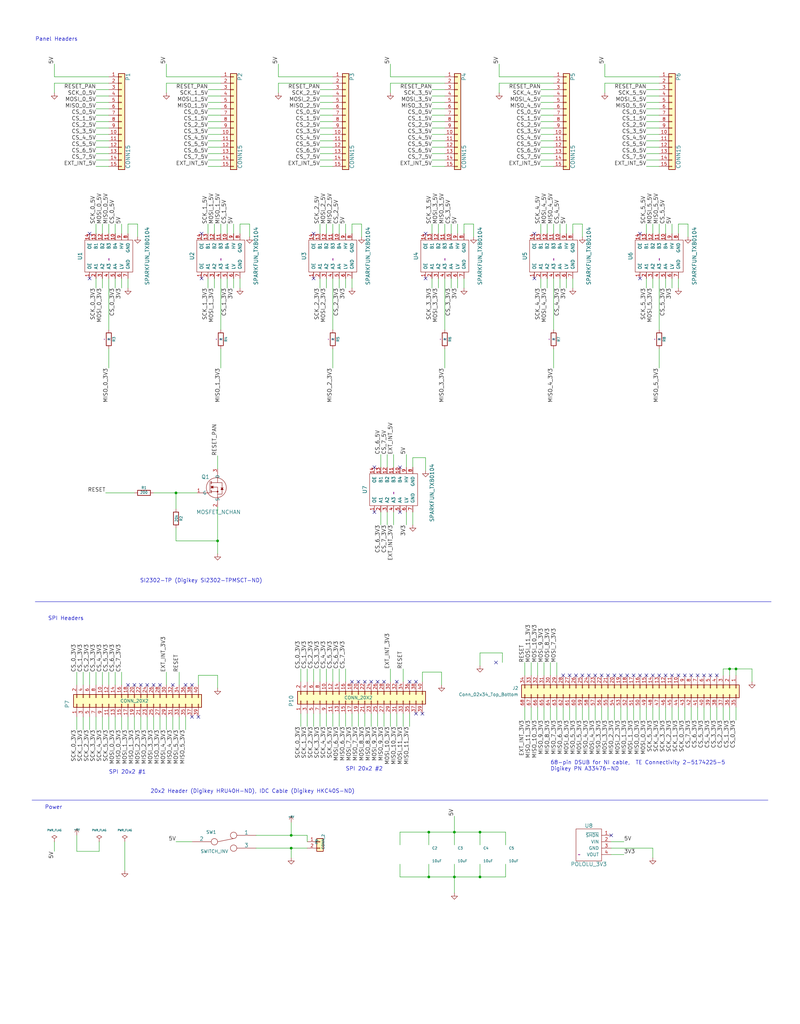
<source format=kicad_sch>
(kicad_sch (version 20230121) (generator eeschema)
  (paper "User" 317.5 406.4)
  (title_block (date "11 jun 2015"))
  (junction (at 115.57 331.47))
  (junction (at 170.18 347.98))
  (junction (at 190.5 347.98))
  (junction (at 190.5 330.2))
  (junction (at 289.56 265.43))
  (junction (at 115.57 336.55))
  (junction (at 180.34 347.98))
  (junction (at 292.1 265.43))
  (junction (at 170.18 330.2))
  (junction (at 69.85 195.58))
  (junction (at 86.36 214.63))
  (junction (at 180.34 330.2))
  (no_connect (at 58.42 271.78))
  (no_connect (at 256.54 267.97))
  (no_connect (at 80.01 110.49))
  (no_connect (at 259.08 267.97))
  (no_connect (at 35.56 92.71))
  (no_connect (at 246.38 267.97))
  (no_connect (at 281.94 267.97))
  (no_connect (at 78.74 284.48))
  (no_connect (at 158.75 203.2))
  (no_connect (at 165.1 283.21))
  (no_connect (at 139.7 270.51))
  (no_connect (at 238.76 267.97))
  (no_connect (at 231.14 267.97))
  (no_connect (at 124.46 110.49))
  (no_connect (at 148.59 203.2))
  (no_connect (at 243.84 267.97))
  (no_connect (at 241.3 267.97))
  (no_connect (at 276.86 267.97))
  (no_connect (at 254 267.97))
  (no_connect (at 266.7 267.97))
  (no_connect (at 55.88 271.78))
  (no_connect (at 269.24 267.97))
  (no_connect (at 157.48 270.51))
  (no_connect (at 248.92 267.97))
  (no_connect (at 152.4 270.51))
  (no_connect (at 76.2 284.48))
  (no_connect (at 73.66 271.78))
  (no_connect (at 264.16 267.97))
  (no_connect (at 147.32 270.51))
  (no_connect (at 142.24 270.51))
  (no_connect (at 242.57 331.47))
  (no_connect (at 76.2 271.78))
  (no_connect (at 124.46 92.71))
  (no_connect (at 271.78 267.97))
  (no_connect (at 60.96 271.78))
  (no_connect (at 35.56 110.49))
  (no_connect (at 223.52 267.97))
  (no_connect (at 158.75 185.42))
  (no_connect (at 228.6 267.97))
  (no_connect (at 212.09 110.49))
  (no_connect (at 254 92.71))
  (no_connect (at 80.01 92.71))
  (no_connect (at 274.32 267.97))
  (no_connect (at 68.58 271.78))
  (no_connect (at 168.91 92.71))
  (no_connect (at 148.59 185.42))
  (no_connect (at 149.86 270.51))
  (no_connect (at 233.68 267.97))
  (no_connect (at 236.22 267.97))
  (no_connect (at 50.8 271.78))
  (no_connect (at 167.64 283.21))
  (no_connect (at 63.5 271.78))
  (no_connect (at 251.46 267.97))
  (no_connect (at 261.62 267.97))
  (no_connect (at 284.48 267.97))
  (no_connect (at 162.56 270.51))
  (no_connect (at 254 110.49))
  (no_connect (at 144.78 270.51))
  (no_connect (at 165.1 270.51))
  (no_connect (at 226.06 267.97))
  (no_connect (at 279.4 267.97))
  (no_connect (at 212.09 92.71))
  (no_connect (at 196.85 262.89))
  (no_connect (at 168.91 110.49))
  (no_connect (at 53.34 271.78))
  (wire (pts (xy 176.53 50.8) (xy 171.45 50.8)))
  (wire (pts (xy 132.08 48.26) (xy 127 48.26)))
  (wire (pts (xy 161.29 203.2) (xy 161.29 208.28)))
  (wire (pts (xy 227.33 88.9) (xy 227.33 92.71)))
  (wire (pts (xy 214.63 92.71) (xy 214.63 88.9)))
  (wire (pts (xy 190.5 347.98) (xy 200.66 347.98)))
  (wire (pts (xy 40.64 271.78) (xy 40.64 266.7)))
  (wire (pts (xy 287.02 265.43) (xy 289.56 265.43)))
  (wire (pts (xy 154.94 283.21) (xy 154.94 288.29)))
  (wire (pts (xy 233.68 280.67) (xy 233.68 285.75)))
  (wire (pts (xy 73.66 284.48) (xy 73.66 289.56)))
  (wire (pts (xy 154.94 30.48) (xy 176.53 30.48)))
  (wire (pts (xy 261.62 92.71) (xy 261.62 88.9)))
  (wire (pts (xy 198.12 33.02) (xy 219.71 33.02)))
  (wire (pts (xy 176.53 92.71) (xy 176.53 88.9)))
  (wire (pts (xy 219.71 55.88) (xy 214.63 55.88)))
  (wire (pts (xy 43.18 53.34) (xy 38.1 53.34)))
  (wire (pts (xy 30.48 271.78) (xy 30.48 266.7)))
  (wire (pts (xy 115.57 331.47) (xy 115.57 326.39)))
  (wire (pts (xy 95.25 88.9) (xy 95.25 92.71)))
  (wire (pts (xy 154.94 270.51) (xy 154.94 265.43)))
  (wire (pts (xy 43.18 92.71) (xy 43.18 88.9)))
  (wire (pts (xy 181.61 92.71) (xy 181.61 88.9)))
  (wire (pts (xy 87.63 63.5) (xy 82.55 63.5)))
  (wire (pts (xy 154.94 33.02) (xy 154.94 36.83)))
  (polyline (pts (xy 13.97 238.76) (xy 306.07 238.76)))
  (wire (pts (xy 43.18 66.04) (xy 38.1 66.04)))
  (wire (pts (xy 50.8 110.49) (xy 50.8 114.3)))
  (wire (pts (xy 219.71 43.18) (xy 214.63 43.18)))
  (wire (pts (xy 289.56 265.43) (xy 292.1 265.43)))
  (wire (pts (xy 132.08 43.18) (xy 127 43.18)))
  (wire (pts (xy 240.03 33.02) (xy 240.03 36.83)))
  (wire (pts (xy 181.61 110.49) (xy 181.61 114.3)))
  (wire (pts (xy 219.71 40.64) (xy 214.63 40.64)))
  (wire (pts (xy 190.5 330.2) (xy 200.66 330.2)))
  (wire (pts (xy 127 270.51) (xy 127 265.43)))
  (wire (pts (xy 261.62 40.64) (xy 256.54 40.64)))
  (wire (pts (xy 222.25 110.49) (xy 222.25 114.3)))
  (wire (pts (xy 170.18 330.2) (xy 170.18 335.28)))
  (wire (pts (xy 132.08 110.49) (xy 132.08 130.81)))
  (wire (pts (xy 92.71 110.49) (xy 92.71 114.3)))
  (wire (pts (xy 219.71 63.5) (xy 214.63 63.5)))
  (wire (pts (xy 208.28 267.97) (xy 208.28 262.89)))
  (wire (pts (xy 87.63 38.1) (xy 82.55 38.1)))
  (wire (pts (xy 33.02 271.78) (xy 33.02 266.7)))
  (wire (pts (xy 219.71 38.1) (xy 214.63 38.1)))
  (wire (pts (xy 21.59 33.02) (xy 21.59 36.83)))
  (wire (pts (xy 156.21 203.2) (xy 156.21 208.28)))
  (wire (pts (xy 176.53 53.34) (xy 171.45 53.34)))
  (wire (pts (xy 43.18 48.26) (xy 38.1 48.26)))
  (wire (pts (xy 87.63 40.64) (xy 82.55 40.64)))
  (wire (pts (xy 220.98 267.97) (xy 220.98 262.89)))
  (wire (pts (xy 219.71 60.96) (xy 214.63 60.96)))
  (wire (pts (xy 101.6 336.55) (xy 115.57 336.55)))
  (wire (pts (xy 53.34 284.48) (xy 53.34 289.56)))
  (wire (pts (xy 132.08 63.5) (xy 127 63.5)))
  (wire (pts (xy 43.18 50.8) (xy 38.1 50.8)))
  (wire (pts (xy 289.56 280.67) (xy 289.56 285.75)))
  (wire (pts (xy 160.02 283.21) (xy 160.02 288.29)))
  (wire (pts (xy 180.34 342.9) (xy 180.34 347.98)))
  (wire (pts (xy 261.62 60.96) (xy 256.54 60.96)))
  (wire (pts (xy 162.56 283.21) (xy 162.56 288.29)))
  (wire (pts (xy 87.63 45.72) (xy 82.55 45.72)))
  (wire (pts (xy 41.91 195.58) (xy 53.34 195.58)))
  (wire (pts (xy 176.53 38.1) (xy 171.45 38.1)))
  (wire (pts (xy 219.71 66.04) (xy 214.63 66.04)))
  (wire (pts (xy 115.57 336.55) (xy 115.57 340.36)))
  (wire (pts (xy 163.83 181.61) (xy 168.91 181.61)))
  (wire (pts (xy 87.63 60.96) (xy 82.55 60.96)))
  (wire (pts (xy 259.08 280.67) (xy 259.08 285.75)))
  (wire (pts (xy 21.59 33.02) (xy 43.18 33.02)))
  (wire (pts (xy 261.62 53.34) (xy 256.54 53.34)))
  (wire (pts (xy 184.15 88.9) (xy 184.15 92.71)))
  (wire (pts (xy 176.53 35.56) (xy 171.45 35.56)))
  (wire (pts (xy 173.99 110.49) (xy 173.99 114.3)))
  (wire (pts (xy 219.71 138.43) (xy 219.71 146.05)))
  (wire (pts (xy 179.07 110.49) (xy 179.07 114.3)))
  (wire (pts (xy 153.67 185.42) (xy 153.67 180.34)))
  (wire (pts (xy 43.18 271.78) (xy 43.18 266.7)))
  (wire (pts (xy 264.16 92.71) (xy 264.16 88.9)))
  (wire (pts (xy 69.85 195.58) (xy 69.85 201.93)))
  (wire (pts (xy 110.49 33.02) (xy 110.49 36.83)))
  (wire (pts (xy 78.74 271.78) (xy 78.74 267.97)))
  (wire (pts (xy 121.92 331.47) (xy 121.92 334.01)))
  (wire (pts (xy 231.14 280.67) (xy 231.14 285.75)))
  (wire (pts (xy 198.12 30.48) (xy 219.71 30.48)))
  (wire (pts (xy 269.24 280.67) (xy 269.24 285.75)))
  (wire (pts (xy 261.62 280.67) (xy 261.62 285.75)))
  (wire (pts (xy 292.1 265.43) (xy 298.45 265.43)))
  (wire (pts (xy 180.34 330.2) (xy 180.34 335.28)))
  (wire (pts (xy 198.12 25.4) (xy 198.12 30.48)))
  (wire (pts (xy 167.64 266.7) (xy 175.26 266.7)))
  (wire (pts (xy 60.96 284.48) (xy 60.96 289.56)))
  (wire (pts (xy 224.79 110.49) (xy 224.79 114.3)))
  (wire (pts (xy 210.82 267.97) (xy 210.82 262.89)))
  (wire (pts (xy 160.02 270.51) (xy 160.02 265.43)))
  (wire (pts (xy 269.24 110.49) (xy 269.24 114.3)))
  (wire (pts (xy 261.62 48.26) (xy 256.54 48.26)))
  (wire (pts (xy 43.18 45.72) (xy 38.1 45.72)))
  (wire (pts (xy 137.16 92.71) (xy 137.16 88.9)))
  (wire (pts (xy 35.56 271.78) (xy 35.56 266.7)))
  (wire (pts (xy 163.83 185.42) (xy 163.83 181.61)))
  (wire (pts (xy 30.48 337.82) (xy 30.48 331.47)))
  (wire (pts (xy 71.12 271.78) (xy 71.12 266.7)))
  (wire (pts (xy 279.4 280.67) (xy 279.4 285.75)))
  (wire (pts (xy 139.7 88.9) (xy 139.7 92.71)))
  (wire (pts (xy 219.71 48.26) (xy 214.63 48.26)))
  (wire (pts (xy 289.56 265.43) (xy 289.56 267.97)))
  (wire (pts (xy 43.18 58.42) (xy 38.1 58.42)))
  (wire (pts (xy 66.04 284.48) (xy 66.04 289.56)))
  (wire (pts (xy 240.03 25.4) (xy 240.03 30.48)))
  (wire (pts (xy 170.18 330.2) (xy 180.34 330.2)))
  (wire (pts (xy 147.32 283.21) (xy 147.32 288.29)))
  (wire (pts (xy 132.08 53.34) (xy 127 53.34)))
  (wire (pts (xy 217.17 92.71) (xy 217.17 88.9)))
  (wire (pts (xy 132.08 45.72) (xy 127 45.72)))
  (wire (pts (xy 170.18 347.98) (xy 170.18 342.9)))
  (wire (pts (xy 261.62 55.88) (xy 256.54 55.88)))
  (wire (pts (xy 184.15 110.49) (xy 184.15 114.3)))
  (wire (pts (xy 87.63 35.56) (xy 82.55 35.56)))
  (wire (pts (xy 223.52 280.67) (xy 223.52 285.75)))
  (wire (pts (xy 161.29 185.42) (xy 161.29 180.34)))
  (wire (pts (xy 200.66 330.2) (xy 200.66 335.28)))
  (wire (pts (xy 246.38 280.67) (xy 246.38 285.75)))
  (wire (pts (xy 121.92 270.51) (xy 121.92 265.43)))
  (wire (pts (xy 214.63 110.49) (xy 214.63 114.3)))
  (wire (pts (xy 132.08 66.04) (xy 127 66.04)))
  (wire (pts (xy 132.08 38.1) (xy 127 38.1)))
  (wire (pts (xy 50.8 284.48) (xy 50.8 289.56)))
  (wire (pts (xy 261.62 63.5) (xy 256.54 63.5)))
  (wire (pts (xy 121.92 283.21) (xy 121.92 288.29)))
  (wire (pts (xy 153.67 203.2) (xy 153.67 208.28)))
  (wire (pts (xy 87.63 48.26) (xy 82.55 48.26)))
  (wire (pts (xy 86.36 186.055) (xy 86.36 180.848)))
  (wire (pts (xy 259.08 336.55) (xy 259.08 340.36)))
  (wire (pts (xy 45.72 92.71) (xy 45.72 88.9)))
  (wire (pts (xy 156.21 185.42) (xy 156.21 180.34)))
  (wire (pts (xy 222.25 92.71) (xy 222.25 88.9)))
  (wire (pts (xy 110.49 33.02) (xy 132.08 33.02)))
  (wire (pts (xy 242.57 336.55) (xy 259.08 336.55)))
  (wire (pts (xy 86.36 201.168) (xy 86.36 214.63)))
  (wire (pts (xy 82.55 110.49) (xy 82.55 114.3)))
  (wire (pts (xy 175.26 266.7) (xy 175.26 271.78)))
  (wire (pts (xy 170.18 347.98) (xy 180.34 347.98)))
  (wire (pts (xy 274.32 280.67) (xy 274.32 285.75)))
  (wire (pts (xy 149.86 283.21) (xy 149.86 288.29)))
  (wire (pts (xy 58.42 284.48) (xy 58.42 289.56)))
  (wire (pts (xy 63.5 284.48) (xy 63.5 289.56)))
  (wire (pts (xy 190.5 259.08) (xy 190.5 264.16)))
  (wire (pts (xy 60.96 195.58) (xy 69.85 195.58)))
  (wire (pts (xy 127 110.49) (xy 127 114.3)))
  (wire (pts (xy 152.4 283.21) (xy 152.4 288.29)))
  (wire (pts (xy 43.18 63.5) (xy 38.1 63.5)))
  (wire (pts (xy 40.64 110.49) (xy 40.64 114.3)))
  (wire (pts (xy 276.86 280.67) (xy 276.86 285.75)))
  (wire (pts (xy 132.08 270.51) (xy 132.08 265.43)))
  (wire (pts (xy 69.85 209.55) (xy 69.85 214.63)))
  (wire (pts (xy 219.71 92.71) (xy 219.71 88.9)))
  (wire (pts (xy 176.53 55.88) (xy 171.45 55.88)))
  (wire (pts (xy 101.6 331.47) (xy 115.57 331.47)))
  (wire (pts (xy 132.08 92.71) (xy 132.08 88.9)))
  (wire (pts (xy 33.02 284.48) (xy 33.02 289.56)))
  (wire (pts (xy 176.53 138.43) (xy 176.53 146.05)))
  (wire (pts (xy 87.63 43.18) (xy 82.55 43.18)))
  (wire (pts (xy 87.63 58.42) (xy 82.55 58.42)))
  (wire (pts (xy 68.58 284.48) (xy 68.58 289.56)))
  (wire (pts (xy 180.34 347.98) (xy 190.5 347.98)))
  (wire (pts (xy 261.62 66.04) (xy 256.54 66.04)))
  (wire (pts (xy 287.02 267.97) (xy 287.02 265.43)))
  (wire (pts (xy 198.12 33.02) (xy 198.12 36.83)))
  (wire (pts (xy 273.05 88.9) (xy 273.05 93.98)))
  (wire (pts (xy 158.75 342.9) (xy 158.75 347.98)))
  (wire (pts (xy 71.12 284.48) (xy 71.12 289.56)))
  (wire (pts (xy 173.99 92.71) (xy 173.99 88.9)))
  (wire (pts (xy 43.18 38.1) (xy 38.1 38.1)))
  (wire (pts (xy 266.7 280.67) (xy 266.7 285.75)))
  (wire (pts (xy 139.7 110.49) (xy 139.7 114.3)))
  (wire (pts (xy 261.62 43.18) (xy 256.54 43.18)))
  (wire (pts (xy 219.71 45.72) (xy 214.63 45.72)))
  (wire (pts (xy 49.53 334.01) (xy 49.53 345.44)))
  (wire (pts (xy 271.78 280.67) (xy 271.78 285.75)))
  (wire (pts (xy 134.62 283.21) (xy 134.62 288.29)))
  (wire (pts (xy 45.72 110.49) (xy 45.72 114.3)))
  (wire (pts (xy 87.63 55.88) (xy 82.55 55.88)))
  (wire (pts (xy 48.26 271.78) (xy 48.26 266.7)))
  (wire (pts (xy 43.18 35.56) (xy 38.1 35.56)))
  (wire (pts (xy 119.38 270.51) (xy 119.38 265.43)))
  (wire (pts (xy 35.56 284.48) (xy 35.56 289.56)))
  (wire (pts (xy 90.17 92.71) (xy 90.17 88.9)))
  (wire (pts (xy 87.63 110.49) (xy 87.63 130.81)))
  (wire (pts (xy 40.64 284.48) (xy 40.64 289.56)))
  (wire (pts (xy 256.54 280.67) (xy 256.54 285.75)))
  (wire (pts (xy 129.54 283.21) (xy 129.54 288.29)))
  (wire (pts (xy 190.5 347.98) (xy 190.5 342.9)))
  (wire (pts (xy 176.53 40.64) (xy 171.45 40.64)))
  (wire (pts (xy 134.62 92.71) (xy 134.62 88.9)))
  (wire (pts (xy 261.62 38.1) (xy 256.54 38.1)))
  (wire (pts (xy 48.26 284.48) (xy 48.26 289.56)))
  (wire (pts (xy 137.16 270.51) (xy 137.16 265.43)))
  (wire (pts (xy 87.63 53.34) (xy 82.55 53.34)))
  (wire (pts (xy 43.18 55.88) (xy 38.1 55.88)))
  (wire (pts (xy 226.06 280.67) (xy 226.06 285.75)))
  (wire (pts (xy 21.59 334.01) (xy 21.59 337.82)))
  (wire (pts (xy 115.57 331.47) (xy 121.92 331.47)))
  (wire (pts (xy 43.18 284.48) (xy 43.18 289.56)))
  (wire (pts (xy 39.37 337.82) (xy 30.48 337.82)))
  (wire (pts (xy 287.02 280.67) (xy 287.02 285.75)))
  (wire (pts (xy 213.36 280.67) (xy 213.36 285.75)))
  (wire (pts (xy 218.44 280.67) (xy 218.44 285.75)))
  (wire (pts (xy 243.84 280.67) (xy 243.84 285.75)))
  (wire (pts (xy 236.22 280.67) (xy 236.22 285.75)))
  (wire (pts (xy 38.1 284.48) (xy 38.1 289.56)))
  (wire (pts (xy 132.08 58.42) (xy 127 58.42)))
  (wire (pts (xy 158.75 330.2) (xy 170.18 330.2)))
  (wire (pts (xy 168.91 181.61) (xy 168.91 186.69)))
  (wire (pts (xy 86.36 267.97) (xy 86.36 273.05)))
  (wire (pts (xy 66.04 271.78) (xy 66.04 266.7)))
  (wire (pts (xy 261.62 110.49) (xy 261.62 130.81)))
  (wire (pts (xy 82.55 92.71) (xy 82.55 88.9)))
  (wire (pts (xy 176.53 45.72) (xy 171.45 45.72)))
  (wire (pts (xy 163.83 203.2) (xy 163.83 208.28)))
  (wire (pts (xy 38.1 271.78) (xy 38.1 266.7)))
  (wire (pts (xy 240.03 30.48) (xy 261.62 30.48)))
  (wire (pts (xy 55.88 284.48) (xy 55.88 289.56)))
  (wire (pts (xy 132.08 138.43) (xy 132.08 146.05)))
  (wire (pts (xy 231.14 88.9) (xy 231.14 93.98)))
  (wire (pts (xy 180.34 323.85) (xy 180.34 330.2)))
  (wire (pts (xy 66.04 33.02) (xy 87.63 33.02)))
  (wire (pts (xy 284.48 280.67) (xy 284.48 285.75)))
  (wire (pts (xy 48.26 110.49) (xy 48.26 114.3)))
  (wire (pts (xy 134.62 270.51) (xy 134.62 265.43)))
  (wire (pts (xy 176.53 58.42) (xy 171.45 58.42)))
  (wire (pts (xy 21.59 25.4) (xy 21.59 30.48)))
  (wire (pts (xy 124.46 270.51) (xy 124.46 265.43)))
  (wire (pts (xy 99.06 88.9) (xy 99.06 93.98)))
  (wire (pts (xy 38.1 110.49) (xy 38.1 114.3)))
  (wire (pts (xy 158.75 347.98) (xy 170.18 347.98)))
  (wire (pts (xy 132.08 35.56) (xy 127 35.56)))
  (wire (pts (xy 242.57 334.01) (xy 247.65 334.01)))
  (wire (pts (xy 269.24 88.9) (xy 273.05 88.9)))
  (wire (pts (xy 261.62 50.8) (xy 256.54 50.8)))
  (wire (pts (xy 215.9 280.67) (xy 215.9 285.75)))
  (wire (pts (xy 281.94 280.67) (xy 281.94 285.75)))
  (wire (pts (xy 228.6 280.67) (xy 228.6 285.75)))
  (wire (pts (xy 259.08 92.71) (xy 259.08 88.9)))
  (wire (pts (xy 38.1 92.71) (xy 38.1 88.9)))
  (wire (pts (xy 139.7 88.9) (xy 143.51 88.9)))
  (wire (pts (xy 90.17 110.49) (xy 90.17 114.3)))
  (wire (pts (xy 251.46 280.67) (xy 251.46 285.75)))
  (wire (pts (xy 176.53 110.49) (xy 176.53 130.81)))
  (wire (pts (xy 227.33 110.49) (xy 227.33 114.3)))
  (wire (pts (xy 219.71 35.56) (xy 214.63 35.56)))
  (wire (pts (xy 137.16 110.49) (xy 137.16 114.3)))
  (wire (pts (xy 143.51 88.9) (xy 143.51 93.98)))
  (wire (pts (xy 43.18 110.49) (xy 43.18 130.81)))
  (wire (pts (xy 176.53 43.18) (xy 171.45 43.18)))
  (wire (pts (xy 167.64 270.51) (xy 167.64 266.7)))
  (wire (pts (xy 134.62 110.49) (xy 134.62 114.3)))
  (wire (pts (xy 240.03 33.02) (xy 261.62 33.02)))
  (wire (pts (xy 78.74 267.97) (xy 86.36 267.97)))
  (wire (pts (xy 219.71 110.49) (xy 219.71 130.81)))
  (wire (pts (xy 176.53 48.26) (xy 171.45 48.26)))
  (wire (pts (xy 129.54 110.49) (xy 129.54 114.3)))
  (wire (pts (xy 220.98 280.67) (xy 220.98 285.75)))
  (wire (pts (xy 256.54 110.49) (xy 256.54 114.3)))
  (wire (pts (xy 85.09 110.49) (xy 85.09 114.3)))
  (wire (pts (xy 176.53 63.5) (xy 171.45 63.5)))
  (wire (pts (xy 208.28 280.67) (xy 208.28 285.75)))
  (wire (pts (xy 241.3 280.67) (xy 241.3 285.75)))
  (wire (pts (xy 129.54 270.51) (xy 129.54 265.43)))
  (wire (pts (xy 95.25 110.49) (xy 95.25 114.3)))
  (wire (pts (xy 43.18 60.96) (xy 38.1 60.96)))
  (wire (pts (xy 45.72 284.48) (xy 45.72 289.56)))
  (wire (pts (xy 124.46 283.21) (xy 124.46 288.29)))
  (wire (pts (xy 144.78 283.21) (xy 144.78 288.29)))
  (wire (pts (xy 129.54 92.71) (xy 129.54 88.9)))
  (wire (pts (xy 30.48 284.48) (xy 30.48 289.56)))
  (wire (pts (xy 292.1 265.43) (xy 292.1 267.97)))
  (wire (pts (xy 40.64 92.71) (xy 40.64 88.9)))
  (wire (pts (xy 69.85 214.63) (xy 86.36 214.63)))
  (wire (pts (xy 132.08 283.21) (xy 132.08 288.29)))
  (wire (pts (xy 238.76 280.67) (xy 238.76 285.75)))
  (wire (pts (xy 110.49 30.48) (xy 132.08 30.48)))
  (wire (pts (xy 213.36 267.97) (xy 213.36 262.89)))
  (wire (pts (xy 171.45 92.71) (xy 171.45 88.9)))
  (wire (pts (xy 261.62 35.56) (xy 256.54 35.56)))
  (wire (pts (xy 298.45 265.43) (xy 298.45 270.51)))
  (wire (pts (xy 87.63 92.71) (xy 87.63 88.9)))
  (wire (pts (xy 218.44 267.97) (xy 218.44 262.89)))
  (wire (pts (xy 95.25 88.9) (xy 99.06 88.9)))
  (wire (pts (xy 261.62 58.42) (xy 256.54 58.42)))
  (wire (pts (xy 48.26 92.71) (xy 48.26 88.9)))
  (wire (pts (xy 227.33 88.9) (xy 231.14 88.9)))
  (wire (pts (xy 151.13 203.2) (xy 151.13 208.28)))
  (wire (pts (xy 142.24 283.21) (xy 142.24 288.29)))
  (wire (pts (xy 43.18 40.64) (xy 38.1 40.64)))
  (wire (pts (xy 39.37 334.01) (xy 39.37 337.82)))
  (wire (pts (xy 87.63 66.04) (xy 82.55 66.04)))
  (wire (pts (xy 157.48 283.21) (xy 157.48 288.29)))
  (wire (pts (xy 264.16 110.49) (xy 264.16 114.3)))
  (wire (pts (xy 85.09 92.71) (xy 85.09 88.9)))
  (wire (pts (xy 86.36 214.63) (xy 86.36 219.71)))
  (wire (pts (xy 132.08 40.64) (xy 127 40.64)))
  (wire (pts (xy 43.18 138.43) (xy 43.18 146.05)))
  (wire (pts (xy 179.07 92.71) (xy 179.07 88.9)))
  (wire (pts (xy 242.57 339.09) (xy 247.65 339.09)))
  (wire (pts (xy 215.9 267.97) (xy 215.9 262.89)))
  (wire (pts (xy 76.2 334.01) (xy 69.85 334.01)))
  (wire (pts (xy 190.5 259.08) (xy 199.39 259.08)))
  (wire (pts (xy 66.04 30.48) (xy 87.63 30.48)))
  (wire (pts (xy 219.71 58.42) (xy 214.63 58.42)))
  (wire (pts (xy 190.5 330.2) (xy 190.5 335.28)))
  (wire (pts (xy 137.16 283.21) (xy 137.16 288.29)))
  (wire (pts (xy 139.7 283.21) (xy 139.7 288.29)))
  (wire (pts (xy 176.53 60.96) (xy 171.45 60.96)))
  (wire (pts (xy 66.04 25.4) (xy 66.04 30.48)))
  (wire (pts (xy 199.39 259.08) (xy 199.39 262.89)))
  (wire (pts (xy 254 280.67) (xy 254 285.75)))
  (wire (pts (xy 269.24 88.9) (xy 269.24 92.71)))
  (wire (pts (xy 176.53 66.04) (xy 171.45 66.04)))
  (wire (pts (xy 127 283.21) (xy 127 288.29)))
  (wire (pts (xy 132.08 50.8) (xy 127 50.8)))
  (wire (pts (xy 266.7 110.49) (xy 266.7 114.3)))
  (wire (pts (xy 50.8 88.9) (xy 50.8 92.71)))
  (wire (pts (xy 180.34 330.2) (xy 190.5 330.2)))
  (wire (pts (xy 115.57 336.55) (xy 121.92 336.55)))
  (wire (pts (xy 200.66 347.98) (xy 200.66 342.9)))
  (wire (pts (xy 43.18 43.18) (xy 38.1 43.18)))
  (wire (pts (xy 219.71 50.8) (xy 214.63 50.8)))
  (wire (pts (xy 158.75 335.28) (xy 158.75 330.2)))
  (wire (pts (xy 66.04 33.02) (xy 66.04 36.83)))
  (wire (pts (xy 21.59 30.48) (xy 43.18 30.48)))
  (wire (pts (xy 248.92 280.67) (xy 248.92 285.75)))
  (wire (pts (xy 292.1 280.67) (xy 292.1 285.75)))
  (wire (pts (xy 110.49 25.4) (xy 110.49 30.48)))
  (wire (pts (xy 187.96 88.9) (xy 187.96 93.98)))
  (wire (pts (xy 256.54 92.71) (xy 256.54 88.9)))
  (wire (pts (xy 210.82 280.67) (xy 210.82 285.75)))
  (wire (pts (xy 217.17 110.49) (xy 217.17 114.3)))
  (wire (pts (xy 69.85 195.58) (xy 78.232 195.58)))
  (wire (pts (xy 87.63 50.8) (xy 82.55 50.8)))
  (wire (pts (xy 154.94 25.4) (xy 154.94 30.48)))
  (wire (pts (xy 132.08 55.88) (xy 127 55.88)))
  (wire (pts (xy 264.16 280.67) (xy 264.16 285.75)))
  (wire (pts (xy 224.79 92.71) (xy 224.79 88.9)))
  (wire (pts (xy 50.8 88.9) (xy 54.61 88.9)))
  (wire (pts (xy 54.61 88.9) (xy 54.61 93.98)))
  (wire (pts (xy 87.63 138.43) (xy 87.63 146.05)))
  (wire (pts (xy 92.71 92.71) (xy 92.71 88.9)))
  (wire (pts (xy 171.45 110.49) (xy 171.45 114.3)))
  (wire (pts (xy 45.72 271.78) (xy 45.72 266.7)))
  (wire (pts (xy 132.08 60.96) (xy 127 60.96)))
  (wire (pts (xy 180.34 347.98) (xy 180.34 354.33)))
  (wire (pts (xy 261.62 45.72) (xy 256.54 45.72)))
  (wire (pts (xy 266.7 92.71) (xy 266.7 88.9)))
  (wire (pts (xy 119.38 283.21) (xy 119.38 288.29)))
  (wire (pts (xy 151.13 185.42) (xy 151.13 180.34)))
  (wire (pts (xy 184.15 88.9) (xy 187.96 88.9)))
  (wire (pts (xy 259.08 110.49) (xy 259.08 114.3)))
  (polyline (pts (xy 12.7 317.5) (xy 304.8 317.5)))
  (wire (pts (xy 154.94 33.02) (xy 176.53 33.02)))
  (wire (pts (xy 219.71 53.34) (xy 214.63 53.34)))
  (wire (pts (xy 261.62 138.43) (xy 261.62 146.05)))
  (wire (pts (xy 127 92.71) (xy 127 88.9)))
  (text "SI2302-TP (Digikey SI2302-TPMSCT-ND)" (at 104.14 231.394 0) (effects (font (size 1.524 1.524)) (justify right bottom)))
  (text "Power" (at 17.78 321.31 0) (effects (font (size 1.524 1.524)) (justify left bottom)))
  (text "68-pin DSUB for NI cable,  TE Connectivity 2-5174225-5\nDigikey PN A33476-ND" (at 218.44 306.07 0) (effects (font (size 1.524 1.524)) (justify left bottom)))
  (text "Panel Headers" (at 13.97 16.51 0) (effects (font (size 1.524 1.524)) (justify left bottom)))
  (text "20x2 Header (Digikey HRU40H-ND), IDC Cable (Digikey HKC40S-ND)" (at 59.69 314.96 0) (effects (font (size 1.524 1.524)) (justify left bottom)))
  (text "SPI 20x2 #2" (at 137.16 306.07 0) (effects (font (size 1.524 1.524)) (justify left bottom)))
  (text "SPI 20x2 #1" (at 43.18 307.34 0) (effects (font (size 1.524 1.524)) (justify left bottom)))
  (text "SPI Headers" (at 19.05 246.38 0) (effects (font (size 1.524 1.524)) (justify left bottom)))
  (label "MOSI_3_3V3" (at 241.3 285.75 270) (effects (font (size 1.524 1.524))))
  (label "RESET_PAN" (at 86.36 180.848 90) (effects (font (size 1.524 1.524))))
  (label "MISO_4_3V3" (at 233.68 285.75 270) (effects (font (size 1.524 1.524))))
  (label "SCK_4_5V" (at 214.63 88.9 90) (effects (font (size 1.524 1.524))))
  (label "MOSI_7_3V3" (at 139.7 288.29 270) (effects (font (size 1.524 1.524))))
  (label "MISO_3_5V" (at 171.45 43.18 180) (effects (font (size 1.524 1.524))))
  (label "CS_1_5V" (at 171.45 48.26 180) (effects (font (size 1.524 1.524))))
  (label "CS_7_5V" (at 256.54 63.5 180) (effects (font (size 1.524 1.524))))
  (label "MISO_0_5V" (at 38.1 43.18 180) (effects (font (size 1.524 1.524))))
  (label "MOSI_8_3V3" (at 144.78 288.29 270) (effects (font (size 1.524 1.524))))
  (label "EXT_INT_5V" (at 156.21 180.34 90) (effects (font (size 1.524 1.524))))
  (label "CS_6_5V" (at 214.63 60.96 180) (effects (font (size 1.524 1.524))))
  (label "CS_2_3V3" (at 287.02 285.75 270) (effects (font (size 1.524 1.524))))
  (label "CS_3_5V" (at 214.63 53.34 180) (effects (font (size 1.524 1.524))))
  (label "MISO_3_3V3" (at 176.53 146.05 270) (effects (font (size 1.524 1.524))))
  (label "CS_5_5V" (at 256.54 58.42 180) (effects (font (size 1.524 1.524))))
  (label "MOSI_0_3V3" (at 256.54 285.75 270) (effects (font (size 1.524 1.524))))
  (label "MISO_5_3V3" (at 261.62 146.05 270) (effects (font (size 1.524 1.524))))
  (label "SCK_5_3V3" (at 256.54 114.3 270) (effects (font (size 1.524 1.524))))
  (label "CS_4_3V3" (at 222.25 114.3 270) (effects (font (size 1.524 1.524))))
  (label "CS_4_3V3" (at 129.54 265.43 90) (effects (font (size 1.524 1.524))))
  (label "CS_5_5V" (at 38.1 58.42 180) (effects (font (size 1.524 1.524))))
  (label "MISO_1_3V3" (at 53.34 289.56 270) (effects (font (size 1.524 1.524))))
  (label "CS_3_3V3" (at 284.48 285.75 270) (effects (font (size 1.524 1.524))))
  (label "CS_7_5V" (at 214.63 63.5 180) (effects (font (size 1.524 1.524))))
  (label "SCK_3_5V" (at 171.45 88.9 90) (effects (font (size 1.524 1.524))))
  (label "EXT_INT_5V" (at 256.54 66.04 180) (effects (font (size 1.524 1.524))))
  (label "CS_5_5V" (at 264.16 88.9 90) (effects (font (size 1.524 1.524))))
  (label "CS_0_3V3" (at 119.38 265.43 90) (effects (font (size 1.524 1.524))))
  (label "MOSI_8_3V3" (at 218.44 262.89 90) (effects (font (size 1.524 1.524))))
  (label "3V3" (at 224.79 114.3 270) (effects (font (size 1.524 1.524))))
  (label "SCK_4_3V3" (at 214.63 114.3 270) (effects (font (size 1.524 1.524))))
  (label "CS_4_5V" (at 256.54 55.88 180) (effects (font (size 1.524 1.524))))
  (label "SCK_4_3V3" (at 129.54 288.29 270) (effects (font (size 1.524 1.524))))
  (label "MISO_9_3V3" (at 215.9 285.75 270) (effects (font (size 1.524 1.524))))
  (label "MISO_10_3V3" (at 157.48 288.29 270) (effects (font (size 1.524 1.524))))
  (label "MISO_11_3V3" (at 210.82 285.75 270) (effects (font (size 1.524 1.524))))
  (label "CS_4_3V3" (at 281.94 285.75 270) (effects (font (size 1.524 1.524))))
  (label "EXT_INT_5V" (at 38.1 66.04 180) (effects (font (size 1.524 1.524))))
  (label "CS_5_3V3" (at 132.08 265.43 90) (effects (font (size 1.524 1.524))))
  (label "SCK_5_3V3" (at 132.08 288.29 270) (effects (font (size 1.524 1.524))))
  (label "CS_6_5V" (at 82.55 60.96 180) (effects (font (size 1.524 1.524))))
  (label "MISO_11_3V3" (at 162.56 288.29 270) (effects (font (size 1.524 1.524))))
  (label "5V" (at 21.59 25.4 90) (effects (font (size 1.524 1.524))))
  (label "EXT_INT_3V3" (at 208.28 285.75 270) (effects (font (size 1.524 1.524))))
  (label "MOSI_2_5V" (at 129.54 88.9 90) (effects (font (size 1.524 1.524))))
  (label "MOSI_11_3V3" (at 210.82 262.89 90) (effects (font (size 1.524 1.524))))
  (label "MOSI_4_3V3" (at 236.22 285.75 270) (effects (font (size 1.524 1.524))))
  (label "CS_1_3V3" (at 33.02 266.7 90) (effects (font (size 1.524 1.524))))
  (label "SCK_2_3V3" (at 266.7 285.75 270) (effects (font (size 1.524 1.524))))
  (label "CS_0_3V3" (at 45.72 114.3 270) (effects (font (size 1.524 1.524))))
  (label "MOSI_5_3V3" (at 259.08 114.3 270) (effects (font (size 1.524 1.524))))
  (label "SCK_1_5V" (at 82.55 38.1 180) (effects (font (size 1.524 1.524))))
  (label "CS_0_5V" (at 45.72 88.9 90) (effects (font (size 1.524 1.524))))
  (label "MOSI_2_5V" (at 127 40.64 180) (effects (font (size 1.524 1.524))))
  (label "MOSI_0_5V" (at 40.64 88.9 90) (effects (font (size 1.524 1.524))))
  (label "MISO_8_3V3" (at 147.32 288.29 270) (effects (font (size 1.524 1.524))))
  (label "5V" (at 180.34 323.85 90) (effects (font (size 1.524 1.524))))
  (label "CS_6_5V" (at 256.54 60.96 180) (effects (font (size 1.524 1.524))))
  (label "CS_4_5V" (at 38.1 55.88 180) (effects (font (size 1.524 1.524))))
  (label "MISO_4_3V3" (at 68.58 289.56 270) (effects (font (size 1.524 1.524))))
  (label "CS_1_3V3" (at 121.92 265.43 90) (effects (font (size 1.524 1.524))))
  (label "SCK_0_3V3" (at 271.78 285.75 270) (effects (font (size 1.524 1.524))))
  (label "CS_6_3V3" (at 134.62 265.43 90) (effects (font (size 1.524 1.524))))
  (label "CS_7_3V3" (at 48.26 266.7 90) (effects (font (size 1.524 1.524))))
  (label "SCK_3_3V3" (at 38.1 289.56 270) (effects (font (size 1.524 1.524))))
  (label "CS_7_3V3" (at 274.32 285.75 270) (effects (font (size 1.524 1.524))))
  (label "SCK_1_5V" (at 82.55 88.9 90) (effects (font (size 1.524 1.524))))
  (label "CS_1_5V" (at 127 48.26 180) (effects (font (size 1.524 1.524))))
  (label "CS_6_5V" (at 127 60.96 180) (effects (font (size 1.524 1.524))))
  (label "CS_1_5V" (at 256.54 48.26 180) (effects (font (size 1.524 1.524))))
  (label "CS_2_3V3" (at 134.62 114.3 270) (effects (font (size 1.524 1.524))))
  (label "CS_1_5V" (at 82.55 48.26 180) (effects (font (size 1.524 1.524))))
  (label "MOSI_5_5V" (at 256.54 40.64 180) (effects (font (size 1.524 1.524))))
  (label "CS_7_3V3" (at 153.67 208.28 270) (effects (font (size 1.524 1.524))))
  (label "CS_5_5V" (at 127 58.42 180) (effects (font (size 1.524 1.524))))
  (label "3V3" (at 247.65 339.09 0) (effects (font (size 1.524 1.524))))
  (label "MOSI_11_3V3" (at 160.02 288.29 270) (effects (font (size 1.524 1.524))))
  (label "5V" (at 137.16 88.9 90) (effects (font (size 1.524 1.524))))
  (label "SCK_4_3V3" (at 40.64 289.56 270) (effects (font (size 1.524 1.524))))
  (label "MOSI_3_3V3" (at 173.99 114.3 270) (effects (font (size 1.524 1.524))))
  (label "CS_7_5V" (at 82.55 63.5 180) (effects (font (size 1.524 1.524))))
  (label "SCK_3_5V" (at 171.45 38.1 180) (effects (font (size 1.524 1.524))))
  (label "CS_3_5V" (at 179.07 88.9 90) (effects (font (size 1.524 1.524))))
  (label "5V" (at 154.94 25.4 90) (effects (font (size 1.524 1.524))))
  (label "SCK_3_3V3" (at 127 288.29 270) (effects (font (size 1.524 1.524))))
  (label "SCK_2_5V" (at 127 88.9 90) (effects (font (size 1.524 1.524))))
  (label "CS_2_5V" (at 82.55 50.8 180) (effects (font (size 1.524 1.524))))
  (label "MISO_6_3V3" (at 223.52 285.75 270) (effects (font (size 1.524 1.524))))
  (label "MOSI_2_3V3" (at 129.54 114.3 270) (effects (font (size 1.524 1.524))))
  (label "5V" (at 66.04 25.4 90) (effects (font (size 1.524 1.524))))
  (label "MISO_10_3V3" (at 213.36 285.75 270) (effects (font (size 1.524 1.524))))
  (label "5V" (at 161.29 180.34 90) (effects (font (size 1.524 1.524))))
  (label "MISO_5_3V3" (at 73.66 289.56 270) (effects (font (size 1.524 1.524))))
  (label "CS_5_5V" (at 171.45 58.42 180) (effects (font (size 1.524 1.524))))
  (label "MOSI_7_3V3" (at 220.98 262.89 90) (effects (font (size 1.524 1.524))))
  (label "EXT_INT_3V3" (at 66.04 266.7 90) (effects (font (size 1.524 1.524))))
  (label "CS_2_3V3" (at 124.46 265.43 90) (effects (font (size 1.524 1.524))))
  (label "CS_4_5V" (at 171.45 55.88 180) (effects (font (size 1.524 1.524))))
  (label "MOSI_2_3V3" (at 246.38 285.75 270) (effects (font (size 1.524 1.524))))
  (label "CS_3_3V3" (at 38.1 266.7 90) (effects (font (size 1.524 1.524))))
  (label "CS_5_3V3" (at 279.4 285.75 270) (effects (font (size 1.524 1.524))))
  (label "MOSI_2_3V3" (at 55.88 289.56 270) (effects (font (size 1.524 1.524))))
  (label "CS_3_3V3" (at 127 265.43 90) (effects (font (size 1.524 1.524))))
  (label "CS_1_5V" (at 38.1 48.26 180) (effects (font (size 1.524 1.524))))
  (label "CS_2_5V" (at 171.45 50.8 180) (effects (font (size 1.524 1.524))))
  (label "CS_2_5V" (at 38.1 50.8 180) (effects (font (size 1.524 1.524))))
  (label "SCK_2_3V3" (at 124.46 288.29 270) (effects (font (size 1.524 1.524))))
  (label "CS_4_3V3" (at 40.64 266.7 90) (effects (font (size 1.524 1.524))))
  (label "MISO_1_5V" (at 82.55 43.18 180) (effects (font (size 1.524 1.524))))
  (label "RESET" (at 160.02 265.43 90) (effects (font (size 1.524 1.524))))
  (label "3V3" (at 181.61 114.3 270) (effects (font (size 1.524 1.524))))
  (label "SCK_1_3V3" (at 121.92 288.29 270) (effects (font (size 1.524 1.524))))
  (label "CS_2_5V" (at 256.54 50.8 180) (effects (font (size 1.524 1.524))))
  (label "CS_3_5V" (at 82.55 53.34 180) (effects (font (size 1.524 1.524))))
  (label "SCK_5_3V3" (at 43.18 289.56 270) (effects (font (size 1.524 1.524))))
  (label "MISO_3_5V" (at 176.53 88.9 90) (effects (font (size 1.524 1.524))))
  (label "MOSI_9_3V3" (at 215.9 262.89 90) (effects (font (size 1.524 1.524))))
  (label "RESET_PAN" (at 214.63 35.56 180) (effects (font (size 1.524 1.524))))
  (label "RESET" (at 41.91 195.58 180) (effects (font (size 1.524 1.524))))
  (label "MISO_4_5V" (at 214.63 43.18 180) (effects (font (size 1.524 1.524))))
  (label "MOSI_5_5V" (at 259.08 88.9 90) (effects (font (size 1.524 1.524))))
  (label "EXT_INT_5V" (at 82.55 66.04 180) (effects (font (size 1.524 1.524))))
  (label "MISO_3_3V3" (at 63.5 289.56 270) (effects (font (size 1.524 1.524))))
  (label "MISO_7_3V3" (at 142.24 288.29 270) (effects (font (size 1.524 1.524))))
  (label "RESET_PAN" (at 256.54 35.56 180) (effects (font (size 1.524 1.524))))
  (label "MOSI_9_3V3" (at 149.86 288.29 270) (effects (font (size 1.524 1.524))))
  (label "EXT_INT_3V3" (at 154.94 265.43 90) (effects (font (size 1.524 1.524))))
  (label "CS_2_5V" (at 214.63 50.8 180) (effects (font (size 1.524 1.524))))
  (label "CS_0_5V" (at 82.55 45.72 180) (effects (font (size 1.524 1.524))))
  (label "MISO_7_3V3" (at 220.98 285.75 270) (effects (font (size 1.524 1.524))))
  (label "RESET" (at 71.12 266.7 90) (effects (font (size 1.524 1.524))))
  (label "MOSI_3_3V3" (at 60.96 289.56 270) (effects (font (size 1.524 1.524))))
  (label "RESET_PAN" (at 82.55 35.56 180) (effects (font (size 1.524 1.524))))
  (label "CS_0_3V3" (at 292.1 285.75 270) (effects (font (size 1.524 1.524))))
  (label "CS_3_5V" (at 171.45 53.34 180) (effects (font (size 1.524 1.524))))
  (label "MISO_5_5V" (at 261.62 88.9 90) (effects (font (size 1.524 1.524))))
  (label "MISO_9_3V3" (at 152.4 288.29 270) (effects (font (size 1.524 1.524))))
  (label "SCK_0_5V" (at 38.1 38.1 180) (effects (font (size 1.524 1.524))))
  (label "MOSI_4_5V" (at 214.63 40.64 180) (effects (font (size 1.524 1.524))))
  (label "SCK_0_3V3" (at 119.38 288.29 270) (effects (font (size 1.524 1.524))))
  (label "RESET_PAN" (at 38.1 35.56 180) (effects (font (size 1.524 1.524))))
  (label "3V3" (at 137.16 114.3 270) (effects (font (size 1.524 1.524))))
  (label "EXT_INT_5V" (at 214.63 66.04 180) (effects (font (size 1.524 1.524))))
  (label "5V" (at 110.49 25.4 90) (effects (font (size 1.524 1.524))))
  (label "MISO_5_3V3" (at 228.6 285.75 270) (effects (font (size 1.524 1.524))))
  (label "MOSI_1_3V3" (at 85.09 114.3 270) (effects (font (size 1.524 1.524))))
  (label "SCK_5_3V3" (at 259.08 285.75 270) (effects (font (size 1.524 1.524))))
  (label "3V3" (at 92.71 114.3 270) (effects (font (size 1.524 1.524))))
  (label "CS_3_5V" (at 256.54 53.34 180) (effects (font (size 1.524 1.524))))
  (label "CS_3_5V" (at 127 53.34 180) (effects (font (size 1.524 1.524))))
  (label "MISO_0_3V3" (at 43.18 146.05 270) (effects (font (size 1.524 1.524))))
  (label "SCK_1_3V3" (at 82.55 114.3 270) (effects (font (size 1.524 1.524))))
  (label "3V3" (at 161.29 208.28 270) (effects (font (size 1.524 1.524))))
  (label "SCK_1_3V3" (at 269.24 285.75 270) (effects (font (size 1.524 1.524))))
  (label "MISO_3_3V3" (at 238.76 285.75 270) (effects (font (size 1.524 1.524))))
  (label "3V3" (at 266.7 114.3 270) (effects (font (size 1.524 1.524))))
  (label "SCK_1_3V3" (at 33.02 289.56 270) (effects (font (size 1.524 1.524))))
  (label "MOSI_1_5V" (at 82.55 40.64 180) (effects (font (size 1.524 1.524))))
  (label "5V" (at 266.7 88.9 90) (effects (font (size 1.524 1.524))))
  (label "CS_6_3V3" (at 151.13 208.28 270) (effects (font (size 1.524 1.524))))
  (label "5V" (at 240.03 25.4 90) (effects (font (size 1.524 1.524))))
  (label "MOSI_6_3V3" (at 134.62 288.29 270) (effects (font (size 1.524 1.524))))
  (label "CS_5_5V" (at 214.63 58.42 180) (effects (font (size 1.524 1.524))))
  (label "MOSI_6_3V3" (at 226.06 285.75 270) (effects (font (size 1.524 1.524))))
  (label "CS_0_5V" (at 38.1 45.72 180) (effects (font (size 1.524 1.524))))
  (label "CS_7_5V" (at 38.1 63.5 180) (effects (font (size 1.524 1.524))))
  (label "CS_5_3V3" (at 43.18 266.7 90) (effects (font (size 1.524 1.524))))
  (label "CS_4_5V" (at 127 55.88 180) (effects (font (size 1.524 1.524))))
  (label "MISO_0_3V3" (at 254 285.75 270) (effects (font (size 1.524 1.524))))
  (label "MISO_2_3V3" (at 243.84 285.75 270) (effects (font (size 1.524 1.524))))
  (label "CS_4_5V" (at 214.63 55.88 180) (effects (font (size 1.524 1.524))))
  (label "MOSI_5_3V3" (at 71.12 289.56 270) (effects (font (size 1.524 1.524))))
  (label "3V3" (at 48.26 114.3 270) (effects (font (size 1.524 1.524))))
  (label "SCK_3_3V3" (at 264.16 285.75 270) (effects (font (size 1.524 1.524))))
  (label "EXT_INT_5V" (at 171.45 66.04 180) (effects (font (size 1.524 1.524))))
  (label "MOSI_0_3V3" (at 40.64 114.3 270) (effects (font (size 1.524 1.524))))
  (label "CS_4_5V" (at 82.55 55.88 180) (effects (font (size 1.524 1.524))))
  (label "CS_6_3V3" (at 45.72 266.7 90) (effects (font (size 1.524 1.524))))
  (label "SCK_5_5V" (at 256.54 38.1 180) (effects (font (size 1.524 1.524))))
  (label "MOSI_5_3V3" (at 231.14 285.75 270) (effects (font (size 1.524 1.524))))
  (label "CS_0_3V3" (at 30.48 266.7 90) (effects (font (size 1.524 1.524))))
  (label "CS_4_5V" (at 222.25 88.9 90) (effects (font (size 1.524 1.524))))
  (label "MISO_4_3V3" (at 219.71 146.05 270) (effects (font (size 1.524 1.524))))
  (label "MISO_5_5V" (at 256.54 43.18 180) (effects (font (size 1.524 1.524))))
  (label "SCK_2_5V" (at 127 38.1 180) (effects (font (size 1.524 1.524))))
  (label "SCK_0_5V" (at 38.1 88.9 90) (effects (font (size 1.524 1.524))))
  (label "SCK_0_3V3" (at 38.1 114.3 270) (effects (font (size 1.524 1.524))))
  (label "CS_5_3V3" (at 264.16 114.3 270) (effects (font (size 1.524 1.524))))
  (label "SCK_0_3V3" (at 30.48 289.56 270) (effects (font (size 1.524 1.524))))
  (label "CS_0_5V" (at 127 45.72 180) (effects (font (size 1.524 1.524))))
  (label "MOSI_10_3V3" (at 213.36 262.89 90) (effects (font (size 1.524 1.524))))
  (label "SCK_2_3V3" (at 35.56 289.56 270) (effects (font (size 1.524 1.524))))
  (label "CS_3_5V" (at 38.1 53.34 180) (effects (font (size 1.524 1.524))))
  (label "CS_0_5V" (at 214.63 45.72 180) (effects (font (size 1.524 1.524))))
  (label "SCK_2_3V3" (at 127 114.3 270) (effects (font (size 1.524 1.524))))
  (label "5V" (at 69.85 334.01 180) (effects (font (size 1.524 1.524))))
  (label "MOSI_3_5V" (at 171.45 40.64 180) (effects (font (size 1.524 1.524))))
  (label "MISO_1_3V3" (at 248.92 285.75 270) (effects (font (size 1.524 1.524))))
  (label "CS_5_5V" (at 82.55 58.42 180) (effects (font (size 1.524 1.524))))
  (label "MOSI_0_3V3" (at 45.72 289.56 270) (effects (font (size 1.524 1.524))))
  (label "CS_2_3V3" (at 35.56 266.7 90) (effects (font (size 1.524 1.524))))
  (label "MOSI_1_3V3" (at 50.8 289.56 270) (effects (font (size 1.524 1.524))))
  (label "SCK_4_5V" (at 214.63 38.1 180) (effects (font (size 1.524 1.524))))
  (label "RESET_PAN" (at 171.45 35.56 180) (effects (font (size 1.524 1.524))))
  (label "MOSI_0_5V" (at 38.1 40.64 180) (effects (font (size 1.524 1.524))))
  (label "MISO_6_3V3" (at 137.16 288.29 270) (effects (font (size 1.524 1.524))))
  (label "5V" (at 21.59 337.82 270) (effects (font (size 1.524 1.524))))
  (label "MISO_0_5V" (at 43.18 88.9 90) (effects (font (size 1.524 1.524))))
  (label "CS_1_3V3" (at 289.56 285.75 270) (effects (font (size 1.524 1.524))))
  (label "5V" (at 247.65 334.01 0) (effects (font (size 1.524 1.524))))
  (label "CS_7_3V3" (at 137.16 265.43 90) (effects (font (size 1.524 1.524))))
  (label "CS_3_3V3" (at 179.07 114.3 270) (effects (font (size 1.524 1.524))))
  (label "RESET_PAN" (at 127 35.56 180) (effects (font (size 1.524 1.524))))
  (label "SCK_5_5V" (at 256.54 88.9 90) (effects (font (size 1.524 1.524))))
  (label "MISO_1_5V" (at 87.63 88.9 90) (effects (font (size 1.524 1.524))))
  (label "5V" (at 198.12 25.4 90) (effects (font (size 1.524 1.524))))
  (label "MISO_4_5V" (at 219.71 88.9 90) (effects (font (size 1.524 1.524))))
  (label "MISO_8_3V3" (at 218.44 285.75 270) (effects (font (size 1.524 1.524))))
  (label "CS_7_5V" (at 153.67 180.34 90) (effects (font (size 1.524 1.524))))
  (label "MISO_2_5V" (at 132.08 88.9 90) (effects (font (size 1.524 1.524))))
  (label "MOSI_4_3V3" (at 66.04 289.56 270) (effects (font (size 1.524 1.524))))
  (label "MOSI_1_5V" (at 85.09 88.9 90) (effects (font (size 1.524 1.524))))
  (label "CS_6_5V" (at 171.45 60.96 180) (effects (font (size 1.524 1.524))))
  (label "SCK_4_3V3" (at 261.62 285.75 270) (effects (font (size 1.524 1.524))))
  (label "MISO_1_3V3" (at 87.63 146.05 270) (effects (font (size 1.524 1.524))))
  (label "MOSI_4_5V" (at 217.17 88.9 90) (effects (font (size 1.524 1.524))))
  (label "MISO_0_3V3" (at 48.26 289.56 270) (effects (font (size 1.524 1.524))))
  (label "CS_6_3V3" (at 276.86 285.75 270) (effects (font (size 1.524 1.524))))
  (label "MOSI_4_3V3" (at 217.17 114.3 270) (effects (font (size 1.524 1.524))))
  (label "MISO_2_5V" (at 127 43.18 180) (effects (font (size 1.524 1.524))))
  (label "MOSI_3_5V" (at 173.99 88.9 90) (effects (font (size 1.524 1.524))))
  (label "CS_6_5V" (at 151.13 180.34 90) (effects (font (size 1.524 1.524))))
  (label "CS_1_3V3" (at 90.17 114.3 270) (effects (font (size 1.524 1.524))))
  (label "CS_2_5V" (at 134.62 88.9 90) (effects (font (size 1.524 1.524))))
  (label "5V" (at 224.79 88.9 90) (effects (font (size 1.524 1.524))))
  (label "EXT_INT_3V3" (at 156.21 208.28 270) (effects (font (size 1.524 1.524))))
  (label "RESET" (at 208.28 262.89 90) (effects (font (size 1.524 1.524))))
  (label "CS_7_5V" (at 171.45 63.5 180) (effects (font (size 1.524 1.524))))
  (label "CS_2_5V" (at 127 50.8 180) (effects (font (size 1.524 1.524))))
  (label "MISO_2_3V3" (at 132.08 146.05 270) (effects (font (size 1.524 1.524))))
  (label "CS_0_5V" (at 256.54 45.72 180) (effects (font (size 1.524 1.524))))
  (label "5V" (at 48.26 88.9 90) (effects (font (size 1.524 1.524))))
  (label "5V" (at 92.71 88.9 90) (effects (font (size 1.524 1.524))))
  (label "CS_7_5V" (at 127 63.5 180) (effects (font (size 1.524 1.524))))
  (label "MOSI_10_3V3" (at 154.94 288.29 270) (effects (font (size 1.524 1.524))))
  (label "MISO_2_3V3" (at 58.42 289.56 270) (effects (font (size 1.524 1.524))))
  (label "SCK_3_3V3" (at 171.45 114.3 270) (effects (font (size 1.524 1.524))))
  (label "MOSI_1_3V3" (at 251.46 285.75 270) (effects (font (size 1.524 1.524))))
  (label "CS_1_5V" (at 214.63 48.26 180) (effects (font (size 1.524 1.524))))
  (label "5V" (at 181.61 88.9 90) (effects (font (size 1.524 1.524))))
  (label "EXT_INT_5V" (at 127 66.04 180) (effects (font (size 1.524 1.524))))
  (label "CS_1_5V" (at 90.17 88.9 90) (effects (font (size 1.524 1.524))))
  (label "CS_6_5V" (at 38.1 60.96 180) (effects (font (size 1.524 1.524))))
  (label "CS_0_5V" (at 171.45 45.72 180) (effects (font (size 1.524 1.524))))
  (symbol (lib_id "Connector_Generic:Conn_01x15") (at 48.26 48.26 0) (unit 1)
    (property "Reference" "P1" (at 50.8 30.48 90) (effects (font (size 1.524 1.524))))
    (property "Value" "CONN15" (at 50.8 62.23 90) (effects (font (size 1.524 1.524))))
  )
  (symbol (lib_id "Connector_Generic:Conn_01x02") (at 127 334.01 0) (unit 1)
    (property "Reference" "P9" (at 125.73 334.01 90) (effects (font (size 1.016 1.016))))
    (property "Value" "CONN_2" (at 128.27 334.01 90) (effects (font (size 1.016 1.016))))
  )
  (symbol (lib_id "power:+5V") (at 115.57 326.39 0) (unit 1)
    (property "Reference" "#PWR01" (effects hide))
    (property "Value" "+5V" (at 115.57 324.104 0) (effects (font (size 0.762 0.762))))
  )
  (symbol (lib_id "power:GND") (at 115.57 340.36 0) (unit 1)
    (property "Reference" "#PWR02" (effects hide))
    (property "Value" "GND" (effects hide))
  )
  (symbol (lib_id "power:PWR_FLAG") (at 39.37 334.01 0) (unit 1)
    (property "Reference" "#FLG03" (effects hide))
    (property "Value" "PWR_FLAG" (at 39.37 329.438 0) (effects (font (size 0.762 0.762))))
  )
  (symbol (lib_id "power:PWR_FLAG") (at 49.53 334.01 0) (unit 1)
    (property "Reference" "#FLG04" (effects hide))
    (property "Value" "PWR_FLAG" (at 49.53 329.438 0) (effects (font (size 0.762 0.762))))
  )
  (symbol (lib_id "power:GND") (at 49.53 345.44 0) (unit 1)
    (property "Reference" "#PWR05" (effects hide))
    (property "Value" "GND" (effects hide))
  )
  (symbol (lib_id "power:+5V") (at 30.48 331.47 0) (unit 1)
    (property "Reference" "#PWR06" (effects hide))
    (property "Value" "+5V" (at 30.48 329.184 0) (effects (font (size 0.762 0.762))))
  )
  (symbol (lib_id "power:GND") (at 21.59 36.83 0) (unit 1)
    (property "Reference" "#PWR07" (effects hide))
    (property "Value" "GND" (effects hide))
  )
  (symbol (lib_id "Connector_Generic:Conn_01x15") (at 92.71 48.26 0) (unit 1)
    (property "Reference" "P2" (at 95.25 30.48 90) (effects (font (size 1.524 1.524))))
    (property "Value" "CONN15" (at 95.25 62.23 90) (effects (font (size 1.524 1.524))))
  )
  (symbol (lib_id "power:GND") (at 66.04 36.83 0) (unit 1)
    (property "Reference" "#PWR08" (effects hide))
    (property "Value" "GND" (effects hide))
  )
  (symbol (lib_id "Connector_Generic:Conn_01x15") (at 137.16 48.26 0) (unit 1)
    (property "Reference" "P3" (at 139.7 30.48 90) (effects (font (size 1.524 1.524))))
    (property "Value" "CONN15" (at 139.7 62.23 90) (effects (font (size 1.524 1.524))))
  )
  (symbol (lib_id "power:GND") (at 110.49 36.83 0) (unit 1)
    (property "Reference" "#PWR09" (effects hide))
    (property "Value" "GND" (effects hide))
  )
  (symbol (lib_id "Connector_Generic:Conn_01x15") (at 181.61 48.26 0) (unit 1)
    (property "Reference" "P4" (at 184.15 30.48 90) (effects (font (size 1.524 1.524))))
    (property "Value" "CONN15" (at 184.15 62.23 90) (effects (font (size 1.524 1.524))))
  )
  (symbol (lib_id "power:GND") (at 154.94 36.83 0) (unit 1)
    (property "Reference" "#PWR010" (effects hide))
    (property "Value" "GND" (effects hide))
  )
  (symbol (lib_id "Connector_Generic:Conn_01x15") (at 224.79 48.26 0) (unit 1)
    (property "Reference" "P5" (at 227.33 30.48 90) (effects (font (size 1.524 1.524))))
    (property "Value" "CONN15" (at 227.33 62.23 90) (effects (font (size 1.524 1.524))))
  )
  (symbol (lib_id "power:GND") (at 198.12 36.83 0) (unit 1)
    (property "Reference" "#PWR011" (effects hide))
    (property "Value" "GND" (effects hide))
  )
  (symbol (lib_id "Connector_Generic:Conn_01x15") (at 266.7 48.26 0) (unit 1)
    (property "Reference" "P6" (at 269.24 30.48 90) (effects (font (size 1.524 1.524))))
    (property "Value" "CONN15" (at 269.24 62.23 90) (effects (font (size 1.524 1.524))))
  )
  (symbol (lib_id "power:GND") (at 240.03 36.83 0) (unit 1)
    (property "Reference" "#PWR012" (effects hide))
    (property "Value" "GND" (effects hide))
  )
  (symbol (lib_id "Connector_Generic:Conn_02x20_Odd_Even") (at 53.34 279.4 90) (unit 1)
    (property "Reference" "P7" (at 26.67 279.4 0) (effects (font (size 1.524 1.524))))
    (property "Value" "CONN_20X2" (at 53.34 278.13 90))
  )
  (symbol (lib_id "power:GND") (at 86.36 273.05 0) (unit 1)
    (property "Reference" "#PWR013" (effects hide))
    (property "Value" "GND" (effects hide))
  )
  (symbol (lib_id "Device:CP") (at 158.75 339.09 0) (unit 1)
    (property "Reference" "C1" (at 160.02 336.55 0) (effects (font (size 1.016 1.016)) (justify left)))
    (property "Value" "10uF" (at 160.02 341.63 0) (effects (font (size 1.016 1.016)) (justify left)))
  )
  (symbol (lib_id "Device:CP") (at 170.18 339.09 0) (unit 1)
    (property "Reference" "C2" (at 171.45 336.55 0) (effects (font (size 1.016 1.016)) (justify left)))
    (property "Value" "10uF" (at 171.45 341.63 0) (effects (font (size 1.016 1.016)) (justify left)))
  )
  (symbol (lib_id "Device:CP") (at 180.34 339.09 0) (unit 1)
    (property "Reference" "C3" (at 181.61 336.55 0) (effects (font (size 1.016 1.016)) (justify left)))
    (property "Value" "10uF" (at 181.61 341.63 0) (effects (font (size 1.016 1.016)) (justify left)))
  )
  (symbol (lib_id "Device:CP") (at 190.5 339.09 0) (unit 1)
    (property "Reference" "C4" (at 191.77 336.55 0) (effects (font (size 1.016 1.016)) (justify left)))
    (property "Value" "10uF" (at 191.77 341.63 0) (effects (font (size 1.016 1.016)) (justify left)))
  )
  (symbol (lib_id "Device:CP") (at 200.66 339.09 0) (unit 1)
    (property "Reference" "C5" (at 201.93 336.55 0) (effects (font (size 1.016 1.016)) (justify left)))
    (property "Value" "10uF" (at 201.93 341.63 0) (effects (font (size 1.016 1.016)) (justify left)))
  )
  (symbol (lib_id "power:GND") (at 180.34 354.33 0) (unit 1)
    (property "Reference" "#PWR014" (effects hide))
    (property "Value" "GND" (effects hide))
  )
  (symbol (lib_id "power:GND") (at 298.45 270.51 0) (unit 1)
    (property "Reference" "#PWR015" (effects hide))
    (property "Value" "GND" (effects hide))
  )
  (symbol (lib_id "arena_6-inf_v0p3:SWITCH_INV") (at 88.9 334.01 0) (unit 1)
    (property "Reference" "SW1" (at 83.82 330.2 0))
    (property "Value" "SWITCH_INV" (at 85.09 337.82 0))
  )
  (symbol (lib_id "Connector_Generic:Conn_02x20_Odd_Even") (at 142.24 278.13 90) (unit 1)
    (property "Reference" "P10" (at 115.57 278.13 0) (effects (font (size 1.524 1.524))))
    (property "Value" "CONN_20X2" (at 142.24 276.86 90))
  )
  (symbol (lib_id "power:GND") (at 175.26 271.78 0) (unit 1)
    (property "Reference" "#PWR016" (effects hide))
    (property "Value" "GND" (effects hide))
  )
  (symbol (lib_id "Device:R") (at 57.15 195.58 90) (unit 1)
    (property "Reference" "R1" (at 57.15 193.548 90) (effects (font (size 1.016 1.016))))
    (property "Value" "200" (at 57.1246 195.4022 90) (effects (font (size 1.016 1.016))))
  )
  (symbol (lib_id "Device:R") (at 69.85 205.74 0) (unit 1)
    (property "Reference" "R2" (at 71.882 205.74 90) (effects (font (size 1.016 1.016))))
    (property "Value" "20k" (at 70.0278 205.7146 90) (effects (font (size 1.016 1.016))))
  )
  (symbol (lib_id "power:GND") (at 86.36 219.71 0) (unit 1)
    (property "Reference" "#PWR017" (effects hide))
    (property "Value" "GND" (effects hide))
  )
  (symbol (lib_id "arena_6-inf_v0p3:MOSFET_NCHAN") (at 86.36 195.58 0) (unit 1)
    (property "Reference" "Q1" (at 81.534 189.23 0) (effects (font (size 1.524 1.524))))
    (property "Value" "MOSFET_NCHAN" (at 86.741 203.2 0) (effects (font (size 1.524 1.524))))
  )
  (symbol (lib_id "power:GND") (at 190.5 264.16 0) (unit 1)
    (property "Reference" "#PWR018" (effects hide))
    (property "Value" "GND" (effects hide))
  )
  (symbol (lib_id "arena_6-inf_v0p3:POLOLU_3V3") (at 233.68 335.28 0) (unit 1)
    (property "Reference" "U8" (at 233.68 327.66 0) (effects (font (size 1.524 1.524))))
    (property "Value" "POLOLU_3V3" (at 233.68 342.9 0) (effects (font (size 1.524 1.524))))
    (property "Footprint" "~" (at 229.87 339.09 0) (effects (font (size 1.524 1.524))))
    (property "Datasheet" "~" (at 229.87 339.09 0) (effects (font (size 1.524 1.524))))
  )
  (symbol (lib_id "power:GND") (at 259.08 340.36 0) (unit 1)
    (property "Reference" "#PWR019" (effects hide))
    (property "Value" "GND" (effects hide))
  )
  (symbol (lib_id "power:GND") (at 54.61 93.98 0) (unit 1)
    (property "Reference" "#PWR020" (effects hide))
    (property "Value" "GND" (effects hide))
  )
  (symbol (lib_id "power:GND") (at 50.8 114.3 0) (unit 1)
    (property "Reference" "#PWR021" (effects hide))
    (property "Value" "GND" (effects hide))
  )
  (symbol (lib_id "Device:R") (at 43.18 134.62 0) (unit 1)
    (property "Reference" "R3" (at 45.212 134.62 90) (effects (font (size 1.016 1.016))))
    (property "Value" "R" (at 43.3578 134.5946 90) (effects (font (size 1.016 1.016))))
    (property "Footprint" "~" (at 41.402 134.62 90) (effects (font (size 0.762 0.762))))
    (property "Datasheet" "~" (at 43.18 134.62 0) (effects (font (size 0.762 0.762))))
  )
  (symbol (lib_id "power:GND") (at 95.25 114.3 0) (unit 1)
    (property "Reference" "#PWR022" (effects hide))
    (property "Value" "GND" (effects hide))
  )
  (symbol (lib_id "Device:R") (at 87.63 134.62 0) (unit 1)
    (property "Reference" "R4" (at 89.662 134.62 90) (effects (font (size 1.016 1.016))))
    (property "Value" "R" (at 87.8078 134.5946 90) (effects (font (size 1.016 1.016))))
    (property "Footprint" "~" (at 85.852 134.62 90) (effects (font (size 0.762 0.762))))
    (property "Datasheet" "~" (at 87.63 134.62 0) (effects (font (size 0.762 0.762))))
  )
  (symbol (lib_id "power:GND") (at 139.7 114.3 0) (unit 1)
    (property "Reference" "#PWR023" (effects hide))
    (property "Value" "GND" (effects hide))
  )
  (symbol (lib_id "Device:R") (at 132.08 134.62 0) (unit 1)
    (property "Reference" "R5" (at 134.112 134.62 90) (effects (font (size 1.016 1.016))))
    (property "Value" "R" (at 132.2578 134.5946 90) (effects (font (size 1.016 1.016))))
    (property "Footprint" "~" (at 130.302 134.62 90) (effects (font (size 0.762 0.762))))
    (property "Datasheet" "~" (at 132.08 134.62 0) (effects (font (size 0.762 0.762))))
  )
  (symbol (lib_id "power:GND") (at 184.15 114.3 0) (unit 1)
    (property "Reference" "#PWR024" (effects hide))
    (property "Value" "GND" (effects hide))
  )
  (symbol (lib_id "Device:R") (at 176.53 134.62 0) (unit 1)
    (property "Reference" "R6" (at 178.562 134.62 90) (effects (font (size 1.016 1.016))))
    (property "Value" "R" (at 176.7078 134.5946 90) (effects (font (size 1.016 1.016))))
    (property "Footprint" "~" (at 174.752 134.62 90) (effects (font (size 0.762 0.762))))
    (property "Datasheet" "~" (at 176.53 134.62 0) (effects (font (size 0.762 0.762))))
  )
  (symbol (lib_id "power:GND") (at 227.33 114.3 0) (unit 1)
    (property "Reference" "#PWR025" (effects hide))
    (property "Value" "GND" (effects hide))
  )
  (symbol (lib_id "Device:R") (at 219.71 134.62 0) (unit 1)
    (property "Reference" "R7" (at 221.742 134.62 90) (effects (font (size 1.016 1.016))))
    (property "Value" "R" (at 219.8878 134.5946 90) (effects (font (size 1.016 1.016))))
    (property "Footprint" "~" (at 217.932 134.62 90) (effects (font (size 0.762 0.762))))
    (property "Datasheet" "~" (at 219.71 134.62 0) (effects (font (size 0.762 0.762))))
  )
  (symbol (lib_id "power:GND") (at 269.24 114.3 0) (unit 1)
    (property "Reference" "#PWR026" (effects hide))
    (property "Value" "GND" (effects hide))
  )
  (symbol (lib_id "Device:R") (at 261.62 134.62 0) (unit 1)
    (property "Reference" "R8" (at 263.652 134.62 90) (effects (font (size 1.016 1.016))))
    (property "Value" "R" (at 261.7978 134.5946 90) (effects (font (size 1.016 1.016))))
    (property "Footprint" "~" (at 259.842 134.62 90) (effects (font (size 0.762 0.762))))
    (property "Datasheet" "~" (at 261.62 134.62 0) (effects (font (size 0.762 0.762))))
  )
  (symbol (lib_id "power:GND") (at 168.91 186.69 0) (unit 1)
    (property "Reference" "#PWR027" (effects hide))
    (property "Value" "GND" (effects hide))
  )
  (symbol (lib_id "power:GND") (at 163.83 208.28 0) (unit 1)
    (property "Reference" "#PWR028" (effects hide))
    (property "Value" "GND" (effects hide))
  )
  (symbol (lib_id "power:GND") (at 99.06 93.98 0) (unit 1)
    (property "Reference" "#PWR029" (effects hide))
    (property "Value" "GND" (effects hide))
  )
  (symbol (lib_id "power:GND") (at 143.51 93.98 0) (unit 1)
    (property "Reference" "#PWR030" (effects hide))
    (property "Value" "GND" (effects hide))
  )
  (symbol (lib_id "power:GND") (at 187.96 93.98 0) (unit 1)
    (property "Reference" "#PWR031" (effects hide))
    (property "Value" "GND" (effects hide))
  )
  (symbol (lib_id "power:GND") (at 231.14 93.98 0) (unit 1)
    (property "Reference" "#PWR032" (effects hide))
    (property "Value" "GND" (effects hide))
  )
  (symbol (lib_id "power:GND") (at 273.05 93.98 0) (unit 1)
    (property "Reference" "#PWR033" (effects hide))
    (property "Value" "GND" (effects hide))
  )
  (symbol (lib_id "power:PWR_FLAG") (at 21.59 334.01 0) (unit 1)
    (property "Reference" "#FLG034" (effects hide))
    (property "Value" "PWR_FLAG" (at 21.59 329.438 0) (effects (font (size 0.762 0.762))))
  )
  (symbol (lib_id "arena_6-inf_v0p3:SPARKFUN_TXB0104") (at 43.18 101.6 90) (unit 1)
    (property "Reference" "U1" (at 31.75 101.6 0) (effects (font (size 1.524 1.524))))
    (property "Value" "SPARKFUN_TXB0104" (at 58.42 101.6 0) (effects (font (size 1.524 1.524))))
    (property "Footprint" "~" (at 43.18 102.87 0) (effects (font (size 1.524 1.524))))
    (property "Datasheet" "~" (at 43.18 102.87 0) (effects (font (size 1.524 1.524))))
  )
  (symbol (lib_id "arena_6-inf_v0p3:SPARKFUN_TXB0104") (at 87.63 101.6 90) (unit 1)
    (property "Reference" "U2" (at 76.2 101.6 0) (effects (font (size 1.524 1.524))))
    (property "Value" "SPARKFUN_TXB0104" (at 101.6 101.6 0) (effects (font (size 1.524 1.524))))
    (property "Footprint" "~" (at 87.63 102.87 0) (effects (font (size 1.524 1.524))))
    (property "Datasheet" "~" (at 87.63 102.87 0) (effects (font (size 1.524 1.524))))
  )
  (symbol (lib_id "arena_6-inf_v0p3:SPARKFUN_TXB0104") (at 132.08 101.6 90) (unit 1)
    (property "Reference" "U3" (at 120.65 101.6 0) (effects (font (size 1.524 1.524))))
    (property "Value" "SPARKFUN_TXB0104" (at 146.05 101.6 0) (effects (font (size 1.524 1.524))))
    (property "Footprint" "~" (at 132.08 102.87 0) (effects (font (size 1.524 1.524))))
    (property "Datasheet" "~" (at 132.08 102.87 0) (effects (font (size 1.524 1.524))))
  )
  (symbol (lib_id "arena_6-inf_v0p3:SPARKFUN_TXB0104") (at 176.53 101.6 90) (unit 1)
    (property "Reference" "U4" (at 165.1 101.6 0) (effects (font (size 1.524 1.524))))
    (property "Value" "SPARKFUN_TXB0104" (at 190.5 101.6 0) (effects (font (size 1.524 1.524))))
    (property "Footprint" "~" (at 176.53 102.87 0) (effects (font (size 1.524 1.524))))
    (property "Datasheet" "~" (at 176.53 102.87 0) (effects (font (size 1.524 1.524))))
  )
  (symbol (lib_id "arena_6-inf_v0p3:SPARKFUN_TXB0104") (at 219.71 101.6 90) (unit 1)
    (property "Reference" "U5" (at 208.28 101.6 0) (effects (font (size 1.524 1.524))))
    (property "Value" "SPARKFUN_TXB0104" (at 233.68 101.6 0) (effects (font (size 1.524 1.524))))
    (property "Footprint" "~" (at 219.71 102.87 0) (effects (font (size 1.524 1.524))))
    (property "Datasheet" "~" (at 219.71 102.87 0) (effects (font (size 1.524 1.524))))
  )
  (symbol (lib_id "arena_6-inf_v0p3:SPARKFUN_TXB0104") (at 261.62 101.6 90) (unit 1)
    (property "Reference" "U6" (at 250.19 101.6 0) (effects (font (size 1.524 1.524))))
    (property "Value" "SPARKFUN_TXB0104" (at 275.59 101.6 0) (effects (font (size 1.524 1.524))))
    (property "Footprint" "~" (at 261.62 102.87 0) (effects (font (size 1.524 1.524))))
    (property "Datasheet" "~" (at 261.62 102.87 0) (effects (font (size 1.524 1.524))))
  )
  (symbol (lib_id "arena_6-inf_v0p3:SPARKFUN_TXB0104") (at 156.21 194.31 90) (unit 1)
    (property "Reference" "U7" (at 144.78 194.31 0) (effects (font (size 1.524 1.524))))
    (property "Value" "SPARKFUN_TXB0104" (at 171.45 195.58 0) (effects (font (size 1.524 1.524))))
    (property "Footprint" "~" (at 156.21 195.58 0) (effects (font (size 1.524 1.524))))
    (property "Datasheet" "~" (at 156.21 195.58 0) (effects (font (size 1.524 1.524))))
  )
  (symbol (lib_id "Connector_Generic:Conn_02x34_Top_Bottom") (at 251.46 273.05 270) (unit 1)
    (property "Reference" "J2" (at 205.74 273.05 90) (effects (justify right)))
    (property "Value" "Conn_02x34_Top_Bottom" (at 205.74 275.59 90) (effects (justify right)))
  )
)
</source>
